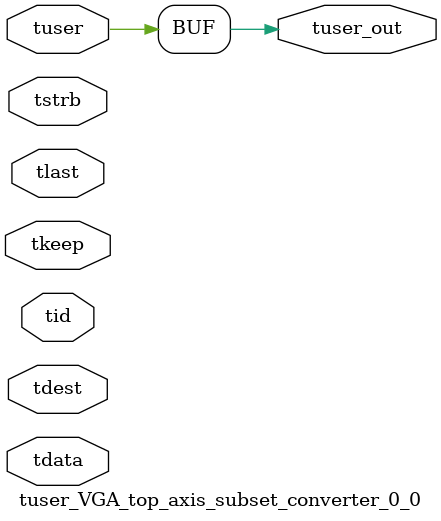
<source format=v>


`timescale 1ps/1ps

module tuser_VGA_top_axis_subset_converter_0_0 #
(
parameter C_S_AXIS_TUSER_WIDTH = 1,
parameter C_S_AXIS_TDATA_WIDTH = 32,
parameter C_S_AXIS_TID_WIDTH   = 0,
parameter C_S_AXIS_TDEST_WIDTH = 0,
parameter C_M_AXIS_TUSER_WIDTH = 1
)
(
input  [(C_S_AXIS_TUSER_WIDTH == 0 ? 1 : C_S_AXIS_TUSER_WIDTH)-1:0     ] tuser,
input  [(C_S_AXIS_TDATA_WIDTH == 0 ? 1 : C_S_AXIS_TDATA_WIDTH)-1:0     ] tdata,
input  [(C_S_AXIS_TID_WIDTH   == 0 ? 1 : C_S_AXIS_TID_WIDTH)-1:0       ] tid,
input  [(C_S_AXIS_TDEST_WIDTH == 0 ? 1 : C_S_AXIS_TDEST_WIDTH)-1:0     ] tdest,
input  [(C_S_AXIS_TDATA_WIDTH/8)-1:0 ] tkeep,
input  [(C_S_AXIS_TDATA_WIDTH/8)-1:0 ] tstrb,
input                                                                    tlast,
output [C_M_AXIS_TUSER_WIDTH-1:0] tuser_out
);

assign tuser_out = {tuser[0:0]};

endmodule


</source>
